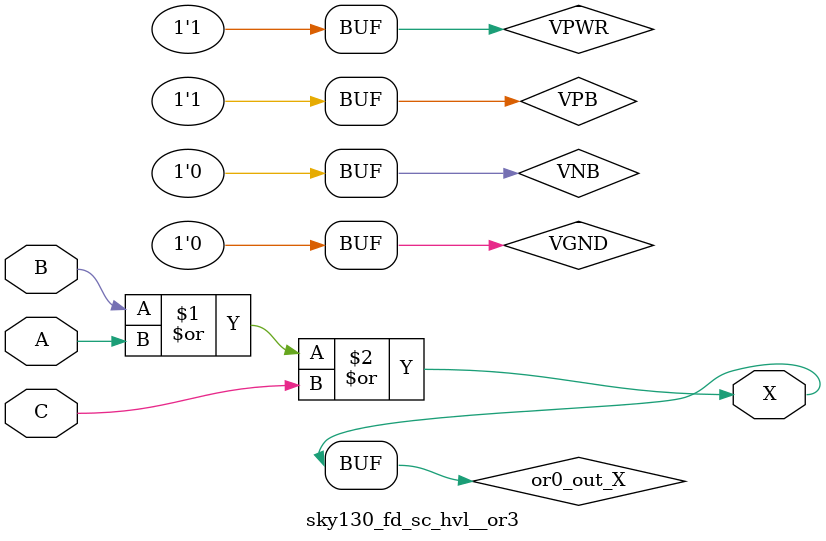
<source format=v>
/*
 * Copyright 2020 The SkyWater PDK Authors
 *
 * Licensed under the Apache License, Version 2.0 (the "License");
 * you may not use this file except in compliance with the License.
 * You may obtain a copy of the License at
 *
 *     https://www.apache.org/licenses/LICENSE-2.0
 *
 * Unless required by applicable law or agreed to in writing, software
 * distributed under the License is distributed on an "AS IS" BASIS,
 * WITHOUT WARRANTIES OR CONDITIONS OF ANY KIND, either express or implied.
 * See the License for the specific language governing permissions and
 * limitations under the License.
 *
 * SPDX-License-Identifier: Apache-2.0
*/


`ifndef SKY130_FD_SC_HVL__OR3_BEHAVIORAL_V
`define SKY130_FD_SC_HVL__OR3_BEHAVIORAL_V

/**
 * or3: 3-input OR.
 *
 * Verilog simulation functional model.
 */

`timescale 1ns / 1ps
`default_nettype none

`celldefine
module sky130_fd_sc_hvl__or3 (
    X,
    A,
    B,
    C
);

    // Module ports
    output X;
    input  A;
    input  B;
    input  C;

    // Module supplies
    supply1 VPWR;
    supply0 VGND;
    supply1 VPB ;
    supply0 VNB ;

    // Local signals
    wire or0_out_X;

    //  Name  Output     Other arguments
    or  or0  (or0_out_X, B, A, C        );
    buf buf0 (X        , or0_out_X      );

endmodule
`endcelldefine

`default_nettype wire
`endif  // SKY130_FD_SC_HVL__OR3_BEHAVIORAL_V
</source>
